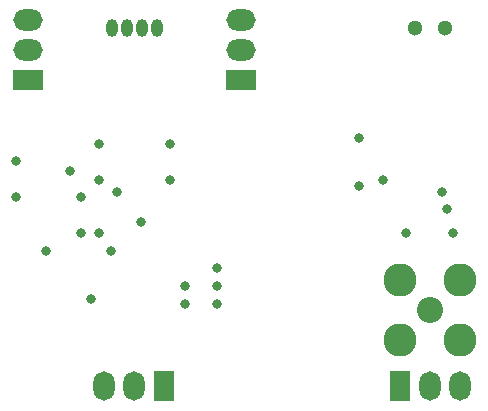
<source format=gbr>
%TF.GenerationSoftware,Altium Limited,Altium Designer,24.10.1 (45)*%
G04 Layer_Color=16711935*
%FSLAX45Y45*%
%MOMM*%
%TF.SameCoordinates,A6A100A0-8C7F-4B02-B864-72EC464A77B6*%
%TF.FilePolarity,Negative*%
%TF.FileFunction,Soldermask,Bot*%
%TF.Part,Single*%
G01*
G75*
%TA.AperFunction,ComponentPad*%
%ADD24C,1.30000*%
%ADD25O,1.00000X1.50000*%
%ADD49O,1.80000X2.50000*%
%ADD50R,1.80000X2.50000*%
%ADD51C,2.80320*%
%ADD52C,2.20320*%
%ADD53O,2.50000X1.80000*%
%ADD54R,2.50000X1.80000*%
%TA.AperFunction,ViaPad*%
%ADD55C,0.80320*%
D24*
X1123000Y2083000D02*
D03*
X1377000D02*
D03*
D25*
X-1186500Y2083000D02*
D03*
X-1059500D02*
D03*
X-1313500D02*
D03*
X-1440500D02*
D03*
D49*
X1504000Y-950000D02*
D03*
X1250000D02*
D03*
X-1504000Y-950000D02*
D03*
X-1250000D02*
D03*
D50*
X996000Y-950000D02*
D03*
X-996000Y-950000D02*
D03*
D51*
X996000Y-554000D02*
D03*
Y-46000D02*
D03*
X1504000Y-554000D02*
D03*
Y-46000D02*
D03*
D52*
X1250000Y-300000D02*
D03*
D53*
X-350000Y2154000D02*
D03*
Y1900000D02*
D03*
X-2150000Y2154000D02*
D03*
Y1900000D02*
D03*
D54*
X-350000Y1646000D02*
D03*
X-2150000D02*
D03*
D55*
X-1700000Y350000D02*
D03*
X1049967Y350000D02*
D03*
X650000Y1150000D02*
D03*
X1450000Y350000D02*
D03*
X1400000Y550000D02*
D03*
X1350000Y700000D02*
D03*
X850000Y800000D02*
D03*
X650000Y750000D02*
D03*
X-1792341Y870000D02*
D03*
X-1192500Y442500D02*
D03*
X-2000000Y200000D02*
D03*
X-1550000Y350000D02*
D03*
X-1450000Y200000D02*
D03*
X-825000Y-250000D02*
D03*
X-825000Y-100000D02*
D03*
X-1620000Y-213500D02*
D03*
X-2250001Y955000D02*
D03*
X-950000Y1105000D02*
D03*
X-1550000D02*
D03*
X-2250000Y650000D02*
D03*
X-1700000Y650000D02*
D03*
X-1397500Y700000D02*
D03*
X-1550000Y800000D02*
D03*
X-950000D02*
D03*
X-550000Y-250000D02*
D03*
Y-100000D02*
D03*
Y50000D02*
D03*
%TF.MD5,b1fc0ff9491aaaf08f3f3971a3167604*%
M02*

</source>
